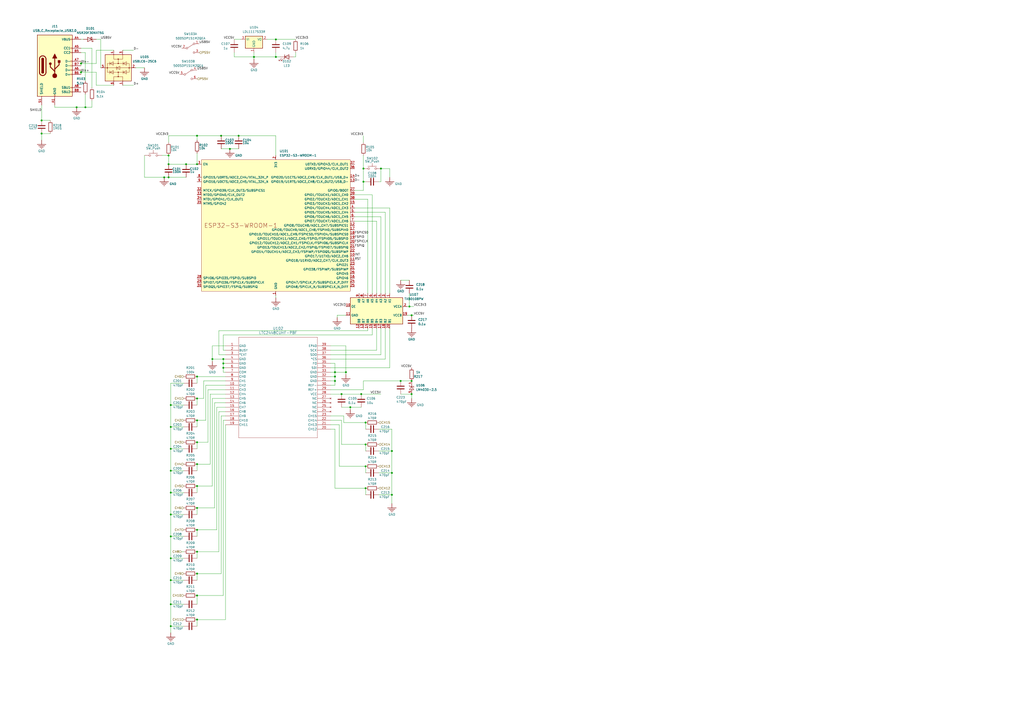
<source format=kicad_sch>
(kicad_sch (version 20231120) (generator "eeschema") (generator_version "8.0")
  (paper "A2")
  (junction (at 227.33 274.32))
  (junction (at 128.27 78.74))
  (junction (at 210.82 105.41))
  (junction (at 99.06 298.45))
  (junction (at 49.53 62.23))
  (junction (at 114.3 243.84))
  (junction (at 114.3 332.74))
  (junction (at 194.31 220.98))
  (junction (at 24.13 77.47))
  (junction (at 138.43 78.74))
  (junction (at 200.66 215.9))
  (junction (at 203.2 236.22))
  (junction (at 46.99 36.83))
  (junction (at 129.54 208.28))
  (junction (at 114.3 269.24))
  (junction (at 97.79 102.87))
  (junction (at 114.3 345.44))
  (junction (at 99.06 323.85))
  (junction (at 147.32 33.02))
  (junction (at 99.06 234.95))
  (junction (at 99.06 363.22))
  (junction (at 99.06 285.75))
  (junction (at 44.45 62.23))
  (junction (at 114.3 256.54))
  (junction (at 212.09 245.11))
  (junction (at 212.09 283.21))
  (junction (at 238.76 228.6))
  (junction (at 114.3 320.04))
  (junction (at 232.41 220.98))
  (junction (at 107.95 95.25))
  (junction (at 114.3 95.25))
  (junction (at 160.02 22.86))
  (junction (at 99.06 273.05))
  (junction (at 97.79 90.17))
  (junction (at 99.06 311.15))
  (junction (at 114.3 218.44))
  (junction (at 99.06 350.52))
  (junction (at 212.09 257.81))
  (junction (at 114.3 281.94))
  (junction (at 209.55 228.6))
  (junction (at 194.31 218.44))
  (junction (at 238.76 182.88))
  (junction (at 238.76 220.98))
  (junction (at 114.3 78.74))
  (junction (at 227.33 261.62))
  (junction (at 227.33 287.02))
  (junction (at 194.31 215.9))
  (junction (at 114.3 307.34))
  (junction (at 114.3 359.41))
  (junction (at 99.06 247.65))
  (junction (at 114.3 294.64))
  (junction (at 24.13 69.85))
  (junction (at 114.3 231.14))
  (junction (at 129.54 213.36))
  (junction (at 97.79 95.25))
  (junction (at 220.98 97.79))
  (junction (at 123.19 208.28))
  (junction (at 160.02 33.02))
  (junction (at 198.12 228.6))
  (junction (at 237.49 177.8))
  (junction (at 99.06 260.35))
  (junction (at 212.09 270.51))
  (junction (at 133.35 86.36))
  (junction (at 95.25 102.87))
  (junction (at 99.06 336.55))
  (junction (at 46.99 41.91))
  (junction (at 210.82 97.79))
  (junction (at 129.54 210.82))
  (wire (pts (xy 99.06 234.95) (xy 99.06 222.25)))
  (wire (pts (xy 128.27 241.3) (xy 128.27 332.74)))
  (wire (pts (xy 191.77 248.92) (xy 194.31 248.92)))
  (wire (pts (xy 130.81 241.3) (xy 128.27 241.3)))
  (wire (pts (xy 191.77 208.28) (xy 223.52 208.28)))
  (wire (pts (xy 127 205.74) (xy 127 191.77)))
  (wire (pts (xy 147.32 30.48) (xy 147.32 33.02)))
  (wire (pts (xy 210.82 97.79) (xy 210.82 105.41)))
  (wire (pts (xy 160.02 171.45) (xy 160.02 172.72)))
  (wire (pts (xy 106.68 336.55) (xy 99.06 336.55)))
  (wire (pts (xy 198.12 257.81) (xy 212.09 257.81)))
  (wire (pts (xy 121.92 228.6) (xy 130.81 228.6)))
  (wire (pts (xy 123.19 281.94) (xy 114.3 281.94)))
  (wire (pts (xy 130.81 359.41) (xy 114.3 359.41)))
  (wire (pts (xy 125.73 307.34) (xy 114.3 307.34)))
  (wire (pts (xy 127 320.04) (xy 127 238.76)))
  (wire (pts (xy 24.13 77.47) (xy 29.21 77.47)))
  (wire (pts (xy 99.06 285.75) (xy 99.06 273.05)))
  (wire (pts (xy 97.79 78.74) (xy 114.3 78.74)))
  (wire (pts (xy 31.75 60.96) (xy 31.75 62.23)))
  (wire (pts (xy 99.06 273.05) (xy 106.68 273.05)))
  (wire (pts (xy 226.06 120.65) (xy 226.06 170.18)))
  (wire (pts (xy 147.32 33.02) (xy 147.32 34.29)))
  (wire (pts (xy 97.79 90.17) (xy 97.79 95.25)))
  (wire (pts (xy 129.54 243.84) (xy 130.81 243.84)))
  (wire (pts (xy 118.11 231.14) (xy 114.3 231.14)))
  (wire (pts (xy 232.41 228.6) (xy 238.76 228.6)))
  (wire (pts (xy 226.06 213.36) (xy 226.06 190.5)))
  (wire (pts (xy 120.65 256.54) (xy 114.3 256.54)))
  (wire (pts (xy 205.74 128.27) (xy 218.44 128.27)))
  (wire (pts (xy 194.31 223.52) (xy 194.31 220.98)))
  (wire (pts (xy 196.85 246.38) (xy 196.85 270.51)))
  (wire (pts (xy 218.44 190.5) (xy 218.44 203.2)))
  (wire (pts (xy 93.98 90.17) (xy 97.79 90.17)))
  (wire (pts (xy 58.42 22.86) (xy 58.42 39.37)))
  (wire (pts (xy 114.3 332.74) (xy 114.3 336.55)))
  (wire (pts (xy 199.39 241.3) (xy 199.39 245.11)))
  (wire (pts (xy 160.02 33.02) (xy 160.02 30.48)))
  (wire (pts (xy 130.81 236.22) (xy 125.73 236.22)))
  (wire (pts (xy 99.06 323.85) (xy 106.68 323.85)))
  (wire (pts (xy 114.3 359.41) (xy 114.3 363.22)))
  (wire (pts (xy 194.31 215.9) (xy 200.66 215.9)))
  (wire (pts (xy 121.92 269.24) (xy 121.92 228.6)))
  (wire (pts (xy 124.46 233.68) (xy 130.81 233.68)))
  (wire (pts (xy 210.82 78.74) (xy 210.82 82.55)))
  (wire (pts (xy 99.06 247.65) (xy 99.06 234.95)))
  (wire (pts (xy 220.98 205.74) (xy 191.77 205.74)))
  (wire (pts (xy 114.3 307.34) (xy 114.3 311.15)))
  (wire (pts (xy 99.06 234.95) (xy 106.68 234.95)))
  (wire (pts (xy 114.3 256.54) (xy 114.3 260.35)))
  (wire (pts (xy 97.79 78.74) (xy 97.79 82.55)))
  (wire (pts (xy 114.3 269.24) (xy 121.92 269.24)))
  (wire (pts (xy 55.88 41.91) (xy 55.88 49.53)))
  (wire (pts (xy 205.74 113.03) (xy 215.9 113.03)))
  (wire (pts (xy 114.3 269.24) (xy 114.3 273.05)))
  (wire (pts (xy 46.99 41.91) (xy 46.99 43.18)))
  (wire (pts (xy 97.79 95.25) (xy 107.95 95.25)))
  (wire (pts (xy 194.31 220.98) (xy 194.31 218.44)))
  (wire (pts (xy 154.94 22.86) (xy 160.02 22.86)))
  (wire (pts (xy 119.38 243.84) (xy 119.38 223.52)))
  (wire (pts (xy 227.33 274.32) (xy 227.33 287.02)))
  (wire (pts (xy 99.06 336.55) (xy 99.06 350.52)))
  (wire (pts (xy 46.99 36.83) (xy 46.99 38.1)))
  (wire (pts (xy 236.22 182.88) (xy 238.76 182.88)))
  (wire (pts (xy 71.12 29.21) (xy 77.47 29.21)))
  (wire (pts (xy 120.65 226.06) (xy 120.65 256.54)))
  (wire (pts (xy 53.34 58.42) (xy 53.34 62.23)))
  (wire (pts (xy 71.12 49.53) (xy 77.47 49.53)))
  (wire (pts (xy 55.88 36.83) (xy 46.99 36.83)))
  (wire (pts (xy 129.54 203.2) (xy 130.81 203.2)))
  (wire (pts (xy 129.54 194.31) (xy 215.9 194.31)))
  (wire (pts (xy 97.79 102.87) (xy 107.95 102.87)))
  (wire (pts (xy 191.77 220.98) (xy 194.31 220.98)))
  (wire (pts (xy 191.77 228.6) (xy 198.12 228.6)))
  (wire (pts (xy 55.88 29.21) (xy 55.88 36.83)))
  (wire (pts (xy 227.33 248.92) (xy 219.71 248.92)))
  (wire (pts (xy 44.45 62.23) (xy 49.53 62.23)))
  (wire (pts (xy 129.54 210.82) (xy 130.81 210.82)))
  (wire (pts (xy 198.12 228.6) (xy 209.55 228.6)))
  (wire (pts (xy 46.99 35.56) (xy 46.99 36.83)))
  (wire (pts (xy 210.82 90.17) (xy 210.82 97.79)))
  (wire (pts (xy 210.82 110.49) (xy 205.74 110.49)))
  (wire (pts (xy 99.06 367.03) (xy 99.06 363.22)))
  (wire (pts (xy 114.3 320.04) (xy 114.3 323.85)))
  (wire (pts (xy 114.3 243.84) (xy 114.3 247.65)))
  (wire (pts (xy 49.53 62.23) (xy 49.53 54.61)))
  (wire (pts (xy 53.34 27.94) (xy 53.34 50.8)))
  (wire (pts (xy 237.49 162.56) (xy 232.41 162.56)))
  (wire (pts (xy 227.33 261.62) (xy 227.33 274.32)))
  (wire (pts (xy 95.25 102.87) (xy 83.82 102.87)))
  (wire (pts (xy 194.31 283.21) (xy 212.09 283.21)))
  (wire (pts (xy 196.85 270.51) (xy 212.09 270.51)))
  (wire (pts (xy 205.74 115.57) (xy 213.36 115.57)))
  (wire (pts (xy 114.3 88.9) (xy 114.3 95.25)))
  (wire (pts (xy 130.81 226.06) (xy 120.65 226.06)))
  (wire (pts (xy 78.74 39.37) (xy 83.82 39.37)))
  (wire (pts (xy 133.35 86.36) (xy 138.43 86.36)))
  (wire (pts (xy 205.74 120.65) (xy 226.06 120.65)))
  (wire (pts (xy 219.71 274.32) (xy 227.33 274.32)))
  (wire (pts (xy 162.56 33.02) (xy 160.02 33.02)))
  (wire (pts (xy 227.33 261.62) (xy 227.33 248.92)))
  (wire (pts (xy 210.82 220.98) (xy 210.82 226.06)))
  (wire (pts (xy 200.66 200.66) (xy 200.66 215.9)))
  (wire (pts (xy 46.99 41.91) (xy 55.88 41.91)))
  (wire (pts (xy 237.49 177.8) (xy 240.03 177.8)))
  (wire (pts (xy 31.75 62.23) (xy 44.45 62.23)))
  (wire (pts (xy 130.81 208.28) (xy 129.54 208.28)))
  (wire (pts (xy 114.3 78.74) (xy 114.3 81.28)))
  (wire (pts (xy 191.77 200.66) (xy 200.66 200.66)))
  (wire (pts (xy 223.52 123.19) (xy 223.52 170.18)))
  (wire (pts (xy 130.81 213.36) (xy 129.54 213.36)))
  (wire (pts (xy 107.95 95.25) (xy 114.3 95.25)))
  (wire (pts (xy 119.38 223.52) (xy 130.81 223.52)))
  (wire (pts (xy 129.54 210.82) (xy 129.54 208.28)))
  (wire (pts (xy 123.19 200.66) (xy 123.19 208.28)))
  (wire (pts (xy 209.55 228.6) (xy 220.98 228.6)))
  (wire (pts (xy 191.77 243.84) (xy 198.12 243.84)))
  (wire (pts (xy 95.25 102.87) (xy 97.79 102.87)))
  (wire (pts (xy 212.09 245.11) (xy 212.09 248.92)))
  (wire (pts (xy 212.09 105.41) (xy 210.82 105.41)))
  (wire (pts (xy 226.06 97.79) (xy 220.98 97.79)))
  (wire (pts (xy 215.9 113.03) (xy 215.9 170.18)))
  (wire (pts (xy 99.06 323.85) (xy 99.06 311.15)))
  (wire (pts (xy 227.33 287.02) (xy 227.33 292.1)))
  (wire (pts (xy 191.77 213.36) (xy 226.06 213.36)))
  (wire (pts (xy 200.66 215.9) (xy 200.66 217.17)))
  (wire (pts (xy 114.3 345.44) (xy 114.3 350.52)))
  (wire (pts (xy 130.81 231.14) (xy 123.19 231.14)))
  (wire (pts (xy 194.31 210.82) (xy 194.31 215.9)))
  (wire (pts (xy 194.31 248.92) (xy 194.31 283.21)))
  (wire (pts (xy 220.98 190.5) (xy 220.98 205.74)))
  (wire (pts (xy 114.3 345.44) (xy 129.54 345.44)))
  (wire (pts (xy 129.54 345.44) (xy 129.54 243.84)))
  (wire (pts (xy 198.12 243.84) (xy 198.12 257.81)))
  (wire (pts (xy 205.74 123.19) (xy 223.52 123.19)))
  (wire (pts (xy 106.68 350.52) (xy 99.06 350.52)))
  (wire (pts (xy 160.02 78.74) (xy 160.02 90.17)))
  (wire (pts (xy 124.46 294.64) (xy 124.46 233.68)))
  (wire (pts (xy 128.27 78.74) (xy 138.43 78.74)))
  (wire (pts (xy 114.3 294.64) (xy 114.3 298.45)))
  (wire (pts (xy 210.82 220.98) (xy 232.41 220.98)))
  (wire (pts (xy 236.22 177.8) (xy 237.49 177.8)))
  (wire (pts (xy 238.76 228.6) (xy 238.76 231.14)))
  (wire (pts (xy 194.31 223.52) (xy 191.77 223.52)))
  (wire (pts (xy 53.34 62.23) (xy 49.53 62.23)))
  (wire (pts (xy 138.43 78.74) (xy 160.02 78.74)))
  (wire (pts (xy 213.36 190.5) (xy 213.36 191.77)))
  (wire (pts (xy 127 205.74) (xy 130.81 205.74)))
  (wire (pts (xy 46.99 27.94) (xy 53.34 27.94)))
  (wire (pts (xy 55.88 22.86) (xy 58.42 22.86)))
  (wire (pts (xy 128.27 86.36) (xy 133.35 86.36)))
  (wire (pts (xy 199.39 245.11) (xy 212.09 245.11)))
  (wire (pts (xy 191.77 203.2) (xy 218.44 203.2)))
  (wire (pts (xy 130.81 246.38) (xy 130.81 359.41)))
  (wire (pts (xy 171.45 30.48) (xy 171.45 33.02)))
  (wire (pts (xy 105.41 320.04) (xy 106.68 320.04)))
  (wire (pts (xy 227.33 287.02) (xy 219.71 287.02)))
  (wire (pts (xy 99.06 311.15) (xy 99.06 298.45)))
  (wire (pts (xy 99.06 311.15) (xy 106.68 311.15)))
  (wire (pts (xy 130.81 220.98) (xy 118.11 220.98)))
  (wire (pts (xy 29.21 69.85) (xy 24.13 69.85)))
  (wire (pts (xy 191.77 218.44) (xy 194.31 218.44)))
  (wire (pts (xy 218.44 128.27) (xy 218.44 170.18)))
  (wire (pts (xy 114.3 281.94) (xy 114.3 285.75)))
  (wire (pts (xy 191.77 241.3) (xy 199.39 241.3)))
  (wire (pts (xy 127 238.76) (xy 130.81 238.76)))
  (wire (pts (xy 237.49 177.8) (xy 237.49 170.18)))
  (wire (pts (xy 203.2 236.22) (xy 203.2 237.49)))
  (wire (pts (xy 114.3 218.44) (xy 114.3 222.25)))
  (wire (pts (xy 213.36 115.57) (xy 213.36 170.18)))
  (wire (pts (xy 220.98 125.73) (xy 220.98 170.18)))
  (wire (pts (xy 118.11 220.98) (xy 118.11 231.14)))
  (wire (pts (xy 238.76 220.98) (xy 232.41 220.98)))
  (wire (pts (xy 128.27 332.74) (xy 114.3 332.74)))
  (wire (pts (xy 99.06 222.25) (xy 106.68 222.25)))
  (wire (pts (xy 83.82 90.17) (xy 83.82 102.87)))
  (wire (pts (xy 114.3 243.84) (xy 119.38 243.84)))
  (wire (pts (xy 203.2 236.22) (xy 209.55 236.22)))
  (wire (pts (xy 99.06 273.05) (xy 99.06 260.35)))
  (wire (pts (xy 205.74 125.73) (xy 220.98 125.73)))
  (wire (pts (xy 135.89 22.86) (xy 139.7 22.86)))
  (wire (pts (xy 99.06 363.22) (xy 106.68 363.22)))
  (wire (pts (xy 191.77 246.38) (xy 196.85 246.38)))
  (wire (pts (xy 24.13 77.47) (xy 24.13 81.28)))
  (wire (pts (xy 66.04 29.21) (xy 55.88 29.21)))
  (wire (pts (xy 46.99 40.64) (xy 46.99 41.91)))
  (wire (pts (xy 49.53 46.99) (xy 49.53 30.48)))
  (wire (pts (xy 226.06 102.87) (xy 226.06 97.79)))
  (wire (pts (xy 210.82 105.41) (xy 210.82 110.49)))
  (wire (pts (xy 114.3 231.14) (xy 114.3 234.95)))
  (wire (pts (xy 123.19 208.28) (xy 123.19 209.55)))
  (wire (pts (xy 160.02 22.86) (xy 171.45 22.86)))
  (wire (pts (xy 129.54 213.36) (xy 129.54 210.82)))
  (wire (pts (xy 129.54 208.28) (xy 123.19 208.28)))
  (wire (pts (xy 114.3 294.64) (xy 124.46 294.64)))
  (wire (pts (xy 212.09 283.21) (xy 212.09 287.02)))
  (wire (pts (xy 160.02 33.02) (xy 147.32 33.02)))
  (wire (pts (xy 135.89 33.02) (xy 147.32 33.02)))
  (wire (pts (xy 99.06 260.35) (xy 99.06 247.65)))
  (wire (pts (xy 114.3 78.74) (xy 128.27 78.74)))
  (wire (pts (xy 49.53 30.48) (xy 46.99 30.48)))
  (wire (pts (xy 129.54 194.31) (xy 129.54 203.2)))
  (wire (pts (xy 210.82 226.06) (xy 191.77 226.06)))
  (wire (pts (xy 195.58 182.88) (xy 200.66 182.88)))
  (wire (pts (xy 99.06 285.75) (xy 106.68 285.75)))
  (wire (pts (xy 129.54 215.9) (xy 130.81 215.9)))
  (wire (pts (xy 129.54 213.36) (xy 129.54 215.9)))
  (wire (pts (xy 99.06 350.52) (xy 99.06 363.22)))
  (wire (pts (xy 212.09 257.81) (xy 212.09 261.62)))
  (wire (pts (xy 194.31 218.44) (xy 194.31 215.9)))
  (wire (pts (xy 215.9 190.5) (xy 215.9 194.31)))
  (wire (pts (xy 99.06 298.45) (xy 106.68 298.45)))
  (wire (pts (xy 191.77 215.9) (xy 194.31 215.9)))
  (wire (pts (xy 123.19 231.14) (xy 123.19 281.94)))
  (wire (pts (xy 55.88 49.53) (xy 66.04 49.53)))
  (wire (pts (xy 127 191.77) (xy 213.36 191.77)))
  (wire (pts (xy 195.58 182.88) (xy 195.58 184.15)))
  (wire (pts (xy 238.76 182.88) (xy 240.03 182.88)))
  (wire (pts (xy 135.89 30.48) (xy 135.89 33.02)))
  (wire (pts (xy 99.06 336.55) (xy 99.06 323.85)))
  (wire (pts (xy 223.52 190.5) (xy 223.52 208.28)))
  (wire (pts (xy 130.81 200.66) (xy 123.19 200.66)))
  (wire (pts (xy 220.98 97.79) (xy 220.98 105.41)))
  (wire (pts (xy 99.06 247.65) (xy 106.68 247.65)))
  (wire (pts (xy 191.77 210.82) (xy 194.31 210.82)))
  (wire (pts (xy 219.71 105.41) (xy 220.98 105.41)))
  (wire (pts (xy 24.13 69.85) (xy 24.13 60.96)))
  (wire (pts (xy 171.45 33.02) (xy 170.18 33.02)))
  (wire (pts (xy 219.71 261.62) (xy 227.33 261.62)))
  (wire (pts (xy 212.09 270.51) (xy 212.09 274.32)))
  (wire (pts (xy 125.73 236.22) (xy 125.73 307.34)))
  (wire (pts (xy 114.3 320.04) (xy 127 320.04)))
  (wire (pts (xy 114.3 218.44) (xy 130.81 218.44)))
  (wire (pts (xy 198.12 236.22) (xy 203.2 236.22)))
  (wire (pts (xy 99.06 260.35) (xy 106.68 260.35)))
  (wire (pts (xy 99.06 298.45) (xy 99.06 285.75)))
  (wire (pts (xy 46.99 22.86) (xy 48.26 22.86)))
  (label "D+" (at 205.74 102.87 0))
  (label "FSPICLK" (at 205.74 140.97 0))
  (label "VCC3V3" (at 240.03 177.8 0))
  (label "Din-" (at 46.99 36.83 0))
  (label "RST" (at 205.74 151.13 0))
  (label "VCC3V3" (at 171.45 22.86 0))
  (label "VCC5V" (at 238.76 213.36 180))
  (label "VCC5V" (at 220.98 228.6 180))
  (label "VCC5V" (at 240.03 182.88 0))
  (label "VCC3V3" (at 97.79 78.74 180))
  (label "SHIELD" (at 24.13 64.77 180))
  (label "D+" (at 77.47 49.53 0))
  (label "Din+" (at 46.99 41.91 0))
  (label "INT" (at 205.74 148.59 0))
  (label "VCC5V" (at 135.89 22.86 180))
  (label "D-" (at 77.47 29.21 0))
  (label "FSPIQ" (at 205.74 143.51 0))
  (label "VCC5V" (at 105.41 27.94 180))
  (label "D-" (at 205.74 105.41 0))
  (label "FSPID" (at 205.74 138.43 0))
  (label "VCC3V3" (at 210.82 78.74 180))
  (label "USB5V" (at 115.57 25.4 0))
  (label "USB5V" (at 58.42 22.86 0))
  (label "FSPICS0" (at 205.74 135.89 0))
  (label "VCC3V3" (at 200.66 177.8 180))
  (label "VCC5V" (at 104.14 43.18 180))
  (label "USB5V" (at 114.3 40.64 0))
  (hierarchical_label "CH15" (shape input) (at 219.71 245.11 0))
  (hierarchical_label "CH13" (shape input) (at 219.71 270.51 0))
  (hierarchical_label "CH3" (shape input) (at 106.68 256.54 180))
  (hierarchical_label "CH12" (shape input) (at 219.71 283.21 0))
  (hierarchical_label "CH5" (shape input) (at 106.68 281.94 180))
  (hierarchical_label "CH0" (shape input) (at 106.68 218.44 180))
  (hierarchical_label "CH14" (shape input) (at 219.71 257.81 0))
  (hierarchical_label "CH7" (shape input) (at 106.68 307.34 180))
  (hierarchical_label "CH4" (shape input) (at 106.68 269.24 180))
  (hierarchical_label "CH8" (shape input) (at 105.41 320.04 180))
  (hierarchical_label "CH2" (shape input) (at 106.68 243.84 180))
  (hierarchical_label "CH6" (shape input) (at 106.68 294.64 180))
  (hierarchical_label "PS5V" (shape input) (at 115.57 30.48 0))
  (hierarchical_label "CH11" (shape input) (at 106.68 359.41 180))
  (hierarchical_label "CH10" (shape input) (at 106.68 345.44 180))
  (hierarchical_label "CH1" (shape input) (at 106.68 231.14 180))
  (hierarchical_label "PS5V" (shape input) (at 114.3 45.72 0))
  (hierarchical_label "CH9" (shape input) (at 106.68 332.74 180))
  (symbol (lib_id "DifferentialProbe-altium-import:GND") (at 226.06 102.87 0) (unit 1)
    (property "Reference" "#PWR051" (effects (hide yes)))
    (property "Value" "GND" (at 231.14 106.68 0))
    (instances (project "diffprobe-espnow" (path "" (reference "#PWR051") (unit 1))) (project "diffprobe" (path "" (reference "#PWR016") (unit 1))) (project "DifferentialProbe" (path "" (reference "#PWR?") (unit 1))))
  )
  (symbol (lib_id "DifferentialProbe-altium-import:GND") (at 195.58 184.15 0) (unit 1)
    (property "Reference" "#PWR0202" (effects (hide yes)))
    (property "Value" "GND" (at 195.58 190.5 0))
    (instances (project "diffprobe-espnow" (path "" (reference "#PWR0202") (unit 1))) (project "diffprobe" (path "" (reference "#PWR016") (unit 1))) (project "DifferentialProbe" (path "" (reference "#PWR?") (unit 1))))
  )
  (symbol (lib_id "Device:R") (at 238.76 217.17 0) (unit 1)
    (property "Reference" "R217" (at 242.57 218.44 0))
    (property "Value" "1k" (at 242.57 215.9 0))
    (property "Footprint" "Resistor_SMD:R_0603_1608Metric" (effects (hide yes)))
  )
  (symbol (lib_id "Device:R") (at 110.49 307.34 270) (mirror x) (unit 1)
    (property "Reference" "R208" (at 110.49 302.26 90))
    (property "Value" "470R" (at 110.49 304.8 90))
    (property "Footprint" "Resistor_SMD:R_0603_1608Metric" (effects (hide yes)))
  )
  (symbol (lib_id "Device:C") (at 238.76 186.69 0) (unit 1)
    (property "Reference" "C217" (at 242.57 185.42 0) (effects (justify left)))
    (property "Value" "0.1u" (at 242.57 187.96 0) (effects (justify left)))
    (property "Footprint" "Capacitor_SMD:C_0603_1608Metric" (effects (hide yes)))
  )
  (symbol (lib_id "Device:C") (at 215.9 248.92 90) (unit 1)
    (property "Reference" "C216" (at 226.06 247.65 90) (effects (justify left)))
    (property "Value" "470pF" (at 226.06 250.19 90) (effects (justify left)))
    (property "Footprint" "Capacitor_SMD:C_0603_1608Metric" (effects (hide yes)))
  )
  (symbol (lib_id "Device:R") (at 110.49 294.64 270) (mirror x) (unit 1)
    (property "Reference" "R207" (at 110.49 289.56 90))
    (property "Value" "470R" (at 110.49 292.1 90))
    (property "Footprint" "Resistor_SMD:R_0603_1608Metric" (effects (hide yes)))
  )
  (symbol (lib_id "Device:C") (at 110.49 336.55 270) (mirror x) (unit 1)
    (property "Reference" "C210" (at 100.33 335.28 90) (effects (justify left)))
    (property "Value" "470pF" (at 100.33 337.82 90) (effects (justify left)))
    (property "Footprint" "Capacitor_SMD:C_0603_1608Metric" (effects (hide yes)))
  )
  (symbol (lib_id "MyLib7:TXB0108PW") (at 218.44 180.34 270) (unit 1)
    (property "Reference" "U107" (at 240.1316 170.8719 90))
    (property "Value" "TXB0108PW" (at 240.1316 173.4119 90))
    (property "Footprint" "Package_SO:TSSOP-20_4.4x6.5mm_P0.65mm" (effects (hide yes)))
    (property "Datasheet" "http://www.ti.com/lit/ds/symlink/txb0108.pdf" (effects (hide yes)))
  )
  (symbol (lib_id "DifferentialProbe-altium-import:GND") (at 24.13 81.28 0) (unit 1)
    (property "Reference" "#PWR0209" (effects (hide yes)))
    (property "Value" "GND" (at 24.13 87.63 0))
    (instances (project "diffprobe-espnow" (path "" (reference "#PWR0209") (unit 1))) (project "diffprobe" (path "" (reference "#PWR016") (unit 1))) (project "DifferentialProbe" (path "" (reference "#PWR?") (unit 1))))
  )
  (symbol (lib_id "Device:R") (at 210.82 86.36 0) (unit 1)
    (property "Reference" "R105" (at 212.09 85.344 0) (effects (justify left)))
    (property "Value" "10k" (at 212.217 87.122 0) (effects (justify left)))
    (property "Footprint" "Resistor_SMD:R_0603_1608Metric" (effects (hide yes)))
  )
  (symbol (lib_id "DifferentialProbe-altium-import:GND") (at 227.33 292.1 0) (mirror y) (unit 1)
    (property "Reference" "#PWR0201" (effects (hide yes)))
    (property "Value" "GND" (at 227.33 298.45 0))
    (instances (project "diffprobe-espnow" (path "" (reference "#PWR0201") (unit 1))) (project "diffprobe" (path "" (reference "#PWR016") (unit 1))) (project "DifferentialProbe" (path "" (reference "#PWR?") (unit 1))))
  )
  (symbol (lib_id "DifferentialProbe-altium-import:GND") (at 160.02 172.72 0) (unit 1)
    (property "Reference" "#PWR031" (effects (hide yes)))
    (property "Value" "GND" (at 160.02 179.07 0))
    (instances (project "diffprobe-espnow" (path "" (reference "#PWR031") (unit 1))) (project "diffprobe" (path "" (reference "#PWR016") (unit 1))) (project "DifferentialProbe" (path "" (reference "#PWR?") (unit 1))))
  )
  (symbol (lib_id "Device:C") (at 160.02 26.67 0) (unit 1)
    (property "Reference" "C109" (at 163.83 25.4 0) (effects (justify left)))
    (property "Value" "4.7u" (at 163.83 27.94 0) (effects (justify left)))
    (property "Footprint" "Capacitor_SMD:C_0603_1608Metric" (effects (hide yes)))
  )
  (symbol (lib_id "Device:C") (at 24.13 73.66 180) (unit 1)
    (property "Reference" "C219" (at 19.177 72.898 0))
    (property "Value" "4n7F" (at 19.177 74.549 0))
    (property "Footprint" "Capacitor_SMD:C_0603_1608Metric" (effects (hide yes)))
  )
  (symbol (lib_id "Device:C") (at 209.55 232.41 0) (unit 1)
    (property "Reference" "C106" (at 212.725 231.14 0) (effects (justify left)))
    (property "Value" "10u" (at 212.725 233.68 0) (effects (justify left)))
    (property "Footprint" "Capacitor_SMD:C_0603_1608Metric" (effects (hide yes)))
  )
  (symbol (lib_id "DifferentialProbe-altium-import:GND") (at 238.76 190.5 0) (unit 1)
    (property "Reference" "#PWR0208" (effects (hide yes)))
    (property "Value" "GND" (at 238.76 196.85 0))
    (instances (project "diffprobe-espnow" (path "" (reference "#PWR0208") (unit 1))) (project "diffprobe" (path "" (reference "#PWR016") (unit 1))) (project "DifferentialProbe" (path "" (reference "#PWR?") (unit 1))))
  )
  (symbol (lib_id "Device:C") (at 110.49 285.75 270) (mirror x) (unit 1)
    (property "Reference" "C206" (at 100.33 284.48 90) (effects (justify left)))
    (property "Value" "470pF" (at 100.33 287.02 90) (effects (justify left)))
    (property "Footprint" "Capacitor_SMD:C_0603_1608Metric" (effects (hide yes)))
  )
  (symbol (lib_id "Device:R") (at 110.49 320.04 90) (unit 1)
    (property "Reference" "R209" (at 110.49 314.96 90))
    (property "Value" "470R" (at 110.49 317.5 90))
    (property "Footprint" "Resistor_SMD:R_0603_1608Metric" (effects (hide yes)))
  )
  (symbol (lib_id "Device:C") (at 237.49 166.37 0) (unit 1)
    (property "Reference" "C218" (at 241.3 165.1 0) (effects (justify left)))
    (property "Value" "0.1u" (at 241.3 167.64 0) (effects (justify left)))
    (property "Footprint" "Capacitor_SMD:C_0603_1608Metric" (effects (hide yes)))
  )
  (symbol (lib_id "Device:LTC2448CUHF-PBF") (at 130.81 200.66 0) (unit 1)
    (property "Reference" "U102" (at 161.29 190.5 0) (effects (font (size 1.524 1.524))))
    (property "Value" "LTC2448CUHF-PBF" (at 161.29 193.04 0) (effects (font (size 1.524 1.524))))
    (property "Footprint" "Package_DFN_QFN:QFN-38-1EP_5x7mm_P0.5mm_EP3.15x5.15mm" (effects (hide yes)))
    (property "Datasheet" "LTC2448CUHF-PBF" (effects (hide yes)))
  )
  (symbol (lib_id "DifferentialProbe-altium-import:GND") (at 203.2 237.49 0) (unit 1)
    (property "Reference" "#PWR041" (effects (hide yes)))
    (property "Value" "GND" (at 208.28 241.3 0))
    (instances (project "diffprobe-espnow" (path "" (reference "#PWR041") (unit 1))) (project "diffprobe" (path "" (reference "#PWR016") (unit 1))) (project "DifferentialProbe" (path "" (reference "#PWR?") (unit 1))))
  )
  (symbol (lib_id "Device:R") (at 110.49 231.14 270) (mirror x) (unit 1)
    (property "Reference" "R202" (at 110.49 226.06 90))
    (property "Value" "470R" (at 110.49 228.6 90))
    (property "Footprint" "Resistor_SMD:R_0603_1608Metric" (effects (hide yes)))
  )
  (symbol (lib_id "Switch:SW_DPDT_x2") (at 109.22 43.18 0) (unit 2)
    (property "Reference" "SW103" (at 109.22 35.56 0))
    (property "Value" "500SDP1S1M2QEA" (at 109.22 38.1 0))
    (property "Footprint" "Button_Switch_THT:SW_PUSH_E-Switch_500SDP1S1M2QEA" (effects (hide yes)))
  )
  (symbol (lib_id "Device:C") (at 110.49 350.52 270) (mirror x) (unit 1)
    (property "Reference" "C211" (at 100.33 349.25 90) (effects (justify left)))
    (property "Value" "470pF" (at 100.33 351.79 90) (effects (justify left)))
    (property "Footprint" "Capacitor_SMD:C_0603_1608Metric" (effects (hide yes)))
  )
  (symbol (lib_id "Device:C") (at 138.43 82.55 0) (unit 1)
    (property "Reference" "C104" (at 140.716 81.28 0) (effects (justify left)))
    (property "Value" "10u" (at 140.716 82.931 0) (effects (justify left)))
    (property "Footprint" "Capacitor_SMD:C_0603_1608Metric" (effects (hide yes)))
  )
  (symbol (lib_id "Device:C") (at 215.9 261.62 90) (unit 1)
    (property "Reference" "C215" (at 226.06 260.35 90) (effects (justify left)))
    (property "Value" "470pF" (at 226.06 262.89 90) (effects (justify left)))
    (property "Footprint" "Capacitor_SMD:C_0603_1608Metric" (effects (hide yes)))
  )
  (symbol (lib_id "Device:C") (at 110.49 260.35 270) (mirror x) (unit 1)
    (property "Reference" "C204" (at 100.33 259.08 90) (effects (justify left)))
    (property "Value" "470pF" (at 100.33 261.62 90) (effects (justify left)))
    (property "Footprint" "Capacitor_SMD:C_0603_1608Metric" (effects (hide yes)))
  )
  (symbol (lib_id "Device:C") (at 128.27 82.55 0) (unit 1)
    (property "Reference" "C103" (at 130.556 81.28 0) (effects (justify left)))
    (property "Value" "100n" (at 130.556 82.931 0) (effects (justify left)))
    (property "Footprint" "Capacitor_SMD:C_0603_1608Metric" (effects (hide yes)))
  )
  (symbol (lib_id "Switch:SW_Push") (at 88.9 90.17 0) (unit 1)
    (property "Reference" "SW101" (at 88.9 84.328 0))
    (property "Value" "SW_Push" (at 88.9 85.979 0))
    (property "Footprint" "Button_Switch_SMD:SW_Push_1P1T_NO_CK_KMR2" (effects (hide yes)))
  )
  (symbol (lib_id "Device:C") (at 198.12 232.41 0) (unit 1)
    (property "Reference" "C105" (at 201.93 231.14 0) (effects (justify left)))
    (property "Value" "0.1u" (at 201.93 233.68 0) (effects (justify left)))
    (property "Footprint" "Capacitor_SMD:C_0603_1608Metric" (effects (hide yes)))
  )
  (symbol (lib_id "DifferentialProbe-altium-import:GND") (at 238.76 231.14 0) (unit 1)
    (property "Reference" "#PWR0203" (effects (hide yes)))
    (property "Value" "GND" (at 243.84 234.95 0))
    (instances (project "diffprobe-espnow" (path "" (reference "#PWR0203") (unit 1))) (project "diffprobe" (path "" (reference "#PWR016") (unit 1))) (project "DifferentialProbe" (path "" (reference "#PWR?") (unit 1))))
  )
  (symbol (lib_id "DifferentialProbe-altium-import:GND") (at 123.19 209.55 0) (unit 1)
    (property "Reference" "#PWR0205" (effects (hide yes)))
    (property "Value" "GND" (at 123.19 215.9 0))
    (instances (project "diffprobe-espnow" (path "" (reference "#PWR0205") (unit 1))) (project "diffprobe" (path "" (reference "#PWR016") (unit 1))) (project "DifferentialProbe" (path "" (reference "#PWR?") (unit 1))))
  )
  (symbol (lib_id "DifferentialProbe-altium-import:GND") (at 83.82 39.37 0) (unit 1)
    (property "Reference" "#PWR047" (effects (hide yes)))
    (property "Value" "GND" (at 83.82 45.72 0))
    (instances (project "diffprobe-espnow" (path "" (reference "#PWR047") (unit 1))) (project "diffprobe" (path "" (reference "#PWR016") (unit 1))) (project "DifferentialProbe" (path "" (reference "#PWR?") (unit 1))))
  )
  (symbol (lib_id "Device:R") (at 215.9 245.11 90) (unit 1)
    (property "Reference" "R216" (at 215.9 240.03 90))
    (property "Value" "470R" (at 215.9 242.57 90))
    (property "Footprint" "Resistor_SMD:R_0603_1608Metric" (effects (hide yes)))
  )
  (symbol (lib_id "Device:C") (at 110.49 323.85 270) (mirror x) (unit 1)
    (property "Reference" "C209" (at 100.33 322.58 90) (effects (justify left)))
    (property "Value" "470pF" (at 100.33 325.12 90) (effects (justify left)))
    (property "Footprint" "Capacitor_SMD:C_0603_1608Metric" (effects (hide yes)))
  )
  (symbol (lib_id "Device:LED") (at 166.37 33.02 0) (unit 1)
    (property "Reference" "D102" (at 166.37 35.56 0))
    (property "Value" "LED" (at 166.37 38.1 0))
    (property "Footprint" "LED_SMD:LED_0603_1608Metric" (effects (hide yes)))
  )
  (symbol (lib_id "Device:R") (at 110.49 281.94 270) (mirror x) (unit 1)
    (property "Reference" "R206" (at 110.49 276.86 90))
    (property "Value" "470R" (at 110.49 279.4 90))
    (property "Footprint" "Resistor_SMD:R_0603_1608Metric" (effects (hide yes)))
  )
  (symbol (lib_id "Device:C") (at 110.49 247.65 270) (mirror x) (unit 1)
    (property "Reference" "C203" (at 100.33 246.38 90) (effects (justify left)))
    (property "Value" "470pF" (at 100.33 248.92 90) (effects (justify left)))
    (property "Footprint" "Capacitor_SMD:C_0603_1608Metric" (effects (hide yes)))
  )
  (symbol (lib_id "Device:C") (at 107.95 99.06 0) (unit 1)
    (property "Reference" "C102" (at 110.109 97.917 0) (effects (justify left)))
    (property "Value" "1u" (at 110.236 99.568 0) (effects (justify left)))
    (property "Footprint" "Capacitor_SMD:C_0603_1608Metric" (effects (hide yes)))
  )
  (symbol (lib_id "Reference_Voltage:LM4030-2.5") (at 238.76 224.79 90) (unit 1)
    (property "Reference" "U106" (at 241.3 223.52 90) (effects (justify right)))
    (property "Value" "LM4030-2.5" (at 241.3 226.06 90) (effects (justify right)))
    (property "Footprint" "Package_TO_SOT_SMD:SOT-23-5" (effects (hide yes)))
    (property "Datasheet" "http://www.ti.com/lit/ds/symlink/lm4030.pdf" (effects (hide yes)))
  )
  (symbol (lib_id "Device:C") (at 97.79 99.06 0) (unit 1)
    (property "Reference" "C101" (at 99.949 98.044 0) (effects (justify left)))
    (property "Value" "100n" (at 100.076 99.695 0) (effects (justify left)))
    (property "Footprint" "Capacitor_SMD:C_0603_1608Metric" (effects (hide yes)))
  )
  (symbol (lib_id "Device:C") (at 215.9 287.02 90) (unit 1)
    (property "Reference" "C213" (at 226.06 285.75 90) (effects (justify left)))
    (property "Value" "470pF" (at 226.06 288.29 90) (effects (justify left)))
    (property "Footprint" "Capacitor_SMD:C_0603_1608Metric" (effects (hide yes)))
  )
  (symbol (lib_id "Device:C") (at 110.49 273.05 270) (mirror x) (unit 1)
    (property "Reference" "C205" (at 100.33 271.78 90) (effects (justify left)))
    (property "Value" "470pF" (at 100.33 274.32 90) (effects (justify left)))
    (property "Footprint" "Capacitor_SMD:C_0603_1608Metric" (effects (hide yes)))
  )
  (symbol (lib_id "Device:R") (at 110.49 256.54 270) (mirror x) (unit 1)
    (property "Reference" "R204" (at 110.49 251.46 90))
    (property "Value" "470R" (at 110.49 254 90))
    (property "Footprint" "Resistor_SMD:R_0603_1608Metric" (effects (hide yes)))
  )
  (symbol (lib_id "DifferentialProbe-altium-import:GND") (at 133.35 86.36 0) (unit 1)
    (property "Reference" "#PWR045" (effects (hide yes)))
    (property "Value" "GND" (at 138.43 90.17 0))
    (instances (project "diffprobe-espnow" (path "" (reference "#PWR045") (unit 1))) (project "diffprobe" (path "" (reference "#PWR016") (unit 1))) (project "DifferentialProbe" (path "" (reference "#PWR?") (unit 1))))
  )
  (symbol (lib_id "Device:C") (at 135.89 26.67 0) (unit 1)
    (property "Reference" "C107" (at 128.27 25.4 0) (effects (justify left)))
    (property "Value" "1u" (at 129.54 27.94 0) (effects (justify left)))
    (property "Footprint" "Capacitor_SMD:C_0603_1608Metric" (effects (hide yes)))
  )
  (symbol (lib_id "Device:R") (at 110.49 269.24 270) (mirror x) (unit 1)
    (property "Reference" "R205" (at 110.49 264.16 90))
    (property "Value" "470R" (at 110.49 266.7 90))
    (property "Footprint" "Resistor_SMD:R_0603_1608Metric" (effects (hide yes)))
  )
  (symbol (lib_id "Device:C") (at 110.49 311.15 270) (mirror x) (unit 1)
    (property "Reference" "C208" (at 100.33 309.88 90) (effects (justify left)))
    (property "Value" "470pF" (at 100.33 312.42 90) (effects (justify left)))
    (property "Footprint" "Capacitor_SMD:C_0603_1608Metric" (effects (hide yes)))
  )
  (symbol (lib_id "Device:R") (at 97.79 86.36 0) (unit 1)
    (property "Reference" "R101" (at 98.933 85.344 0) (effects (justify left)))
    (property "Value" "10k" (at 98.933 86.995 0) (effects (justify left)))
    (property "Footprint" "Resistor_SMD:R_0603_1608Metric" (effects (hide yes)))
  )
  (symbol (lib_id "Device:C") (at 110.49 234.95 270) (mirror x) (unit 1)
    (property "Reference" "C202" (at 100.33 233.68 90) (effects (justify left)))
    (property "Value" "470pF" (at 100.33 236.22 90) (effects (justify left)))
    (property "Footprint" "Capacitor_SMD:C_0603_1608Metric" (effects (hide yes)))
  )
  (symbol (lib_id "Device:R") (at 110.49 218.44 270) (mirror x) (unit 1)
    (property "Reference" "R201" (at 110.49 213.36 90))
    (property "Value" "100k" (at 110.49 215.9 90))
    (property "Footprint" "Resistor_SMD:R_0603_1608Metric" (effects (hide yes)))
  )
  (symbol (lib_id "Device:R") (at 110.49 243.84 270) (mirror x) (unit 1)
    (property "Reference" "R203" (at 110.49 238.76 90))
    (property "Value" "470R" (at 110.49 241.3 90))
    (property "Footprint" "Resistor_SMD:R_0603_1608Metric" (effects (hide yes)))
  )
  (symbol (lib_id "DifferentialProbe-altium-import:GND") (at 147.32 34.29 0) (unit 1)
    (property "Reference" "#PWR030" (effects (hide yes)))
    (property "Value" "GND" (at 147.32 40.64 0))
    (instances (project "diffprobe-espnow" (path "" (reference "#PWR030") (unit 1))) (project "diffprobe" (path "" (reference "#PWR016") (unit 1))) (project "DifferentialProbe" (path "" (reference "#PWR?") (unit 1))))
  )
  (symbol (lib_id "Device:C") (at 110.49 298.45 270) (mirror x) (unit 1)
    (property "Reference" "C207" (at 100.33 297.18 90) (effects (justify left)))
    (property "Value" "470pF" (at 100.33 299.72 90) (effects (justify left)))
    (property "Footprint" "Capacitor_SMD:C_0603_1608Metric" (effects (hide yes)))
  )
  (symbol (lib_id "Device:R") (at 49.53 50.8 0) (unit 1)
    (property "Reference" "R103" (at 44.45 45.72 0) (effects (justify left)))
    (property "Value" "5.1k" (at 44.45 48.26 0) (effects (justify left)))
    (property "Footprint" "Resistor_SMD:R_0603_1608Metric" (effects (hide yes)))
  )
  (symbol (lib_id "Device:C") (at 232.41 224.79 0) (unit 1)
    (property "Reference" "C223" (at 229.87 230.505 0) (effects (justify left)))
    (property "Value" "470pF" (at 229.87 233.045 0) (effects (justify left)))
    (property "Footprint" "Capacitor_SMD:C_0603_1608Metric" (effects (hide yes)))
  )
  (symbol (lib_id "Device:C") (at 110.49 363.22 270) (mirror x) (unit 1)
    (property "Reference" "C212" (at 100.33 361.95 90) (effects (justify left)))
    (property "Value" "470pF" (at 100.33 364.49 90) (effects (justify left)))
    (property "Footprint" "Capacitor_SMD:C_0603_1608Metric" (effects (hide yes)))
  )
  (symbol (lib_id "Regulator_Linear:AMS1117-3.3") (at 147.32 22.86 0) (unit 1)
    (property "Reference" "U104" (at 147.32 15.875 0))
    (property "Value" "LDL1117S33R" (at 147.32 18.415 0))
    (property "Footprint" "Package_TO_SOT_SMD:SOT-223-3_TabPin2" (effects (hide yes)))
    (property "Datasheet" "http://www.advanced-monolithic.com/pdf/ds1117.pdf" (effects (hide yes)))
  )
  (symbol (lib_id "DifferentialProbe-altium-import:GND") (at 200.66 217.17 0) (unit 1)
    (property "Reference" "#PWR0204" (effects (hide yes)))
    (property "Value" "GND" (at 200.66 223.52 0))
    (instances (project "diffprobe-espnow" (path "" (reference "#PWR0204") (unit 1))) (project "diffprobe" (path "" (reference "#PWR016") (unit 1))) (project "DifferentialProbe" (path "" (reference "#PWR?") (unit 1))))
  )
  (symbol (lib_id "Device:C") (at 215.9 274.32 90) (unit 1)
    (property "Reference" "C214" (at 226.06 273.05 90) (effects (justify left)))
    (property "Value" "470pF" (at 226.06 275.59 90) (effects (justify left)))
    (property "Footprint" "Capacitor_SMD:C_0603_1608Metric" (effects (hide yes)))
  )
  (symbol (lib_id "Device:C") (at 110.49 222.25 270) (mirror x) (unit 1)
    (property "Reference" "C201" (at 100.33 220.98 90) (effects (justify left)))
    (property "Value" "470pF" (at 100.33 223.52 90) (effects (justify left)))
    (property "Footprint" "Capacitor_SMD:C_0603_1608Metric" (effects (hide yes)))
  )
  (symbol (lib_id "Device:R") (at 215.9 283.21 90) (unit 1)
    (property "Reference" "R213" (at 215.9 278.13 90))
    (property "Value" "470R" (at 215.9 280.67 90))
    (property "Footprint" "Resistor_SMD:R_0603_1608Metric" (effects (hide yes)))
  )
  (symbol (lib_id "Device:R") (at 110.49 332.74 90) (unit 1)
    (property "Reference" "R210" (at 110.49 327.66 90))
    (property "Value" "470R" (at 110.49 330.2 90))
    (property "Footprint" "Resistor_SMD:R_0603_1608Metric" (effects (hide yes)))
  )
  (symbol (lib_id "Device:R") (at 110.49 345.44 90) (unit 1)
    (property "Reference" "R211" (at 110.49 340.36 90))
    (property "Value" "470R" (at 110.49 342.9 90))
    (property "Footprint" "Resistor_SMD:R_0603_1608Metric" (effects (hide yes)))
  )
  (symbol (lib_id "Device:R") (at 114.3 85.09 0) (unit 1)
    (property "Reference" "R102" (at 115.443 84.201 0) (effects (justify left)))
    (property "Value" "10k" (at 115.443 85.979 0) (effects (justify left)))
    (property "Footprint" "Resistor_SMD:R_0603_1608Metric" (effects (hide yes)))
  )
  (symbol (lib_id "Device:R") (at 53.34 54.61 0) (unit 1)
    (property "Reference" "R104" (at 55.88 53.34 0) (effects (justify left)))
    (property "Value" "5.1k" (at 55.88 55.88 0) (effects (justify left)))
    (property "Footprint" "Resistor_SMD:R_0603_1608Metric" (effects (hide yes)))
  )
  (symbol (lib_id "Device:R") (at 215.9 270.51 90) (unit 1)
    (property "Reference" "R214" (at 215.9 265.43 90))
    (property "Value" "470R" (at 215.9 267.97 90))
    (property "Footprint" "Resistor_SMD:R_0603_1608Metric" (effects (hide yes)))
  )
  (symbol (lib_id "Device:R") (at 29.21 73.66 0) (unit 1)
    (property "Reference" "R218" (at 30.607 72.771 0) (effects (justify left)))
    (property "Value" "1MEG" (at 30.607 74.422 0) (effects (justify left)))
    (property "Footprint" "Resistor_SMD:R_0603_1608Metric" (effects (hide yes)))
  )
  (symbol (lib_id "PCM_Espressif:ESP32-S3-WROOM-1") (at 160.02 130.81 0) (unit 1)
    (property "Reference" "U101" (at 162.2141 87.63 0) (effects (justify left)))
    (property "Value" "ESP32-S3-WROOM-1" (at 162.2141 90.17 0) (effects (justify left)))
    (property "Footprint" "PCM_Espressif:ESP32-S3-WROOM-1U" (effects (hide yes)))
    (property "Datasheet" "https://www.espressif.com/sites/default/files/documentation/esp32-s3-wroom-1_wroom-1u_datasheet_en.pdf" (effects (hide yes)))
  )
  (symbol (lib_id "Connector:USB_C_Receptacle_USB2.0") (at 31.75 38.1 0) (unit 1)
    (property "Reference" "J11" (at 31.75 15.24 0))
    (property "Value" "USB_C_Receptacle_USB2.0" (at 31.75 17.78 0))
    (property "Footprint" "Connector_USB:USB_C_Receptacle_GCT_USB4105-xx-A_16P_TopMnt_Horizontal" (effects (hide yes)))
    (property "Datasheet" "https://www.usb.org/sites/default/files/documents/usb_type-c.zip" (effects (hide yes)))
  )
  (symbol (lib_id "Device:D_Schottky") (at 52.07 22.86 180) (unit 1)
    (property "Reference" "D101" (at 52.3875 16.51 0))
    (property "Value" "NSR20F30NXT5G" (at 52.3875 19.05 0))
    (property "Footprint" "Diode_SMD:D_0603_1608Metric" (effects (hide yes)))
  )
  (symbol (lib_id "Device:C") (at 215.9 105.41 90) (unit 1)
    (property "Reference" "C108" (at 215.9 100.457 90))
    (property "Value" "100n" (at 215.9 102.235 90))
    (property "Footprint" "Capacitor_SMD:C_0603_1608Metric" (effects (hide yes)))
  )
  (symbol (lib_id "DifferentialProbe-altium-import:GND") (at 44.45 62.23 0) (unit 1)
    (property "Reference" "#PWR0210" (effects (hide yes)))
    (property "Value" "GND" (at 44.45 68.58 0))
    (instances (project "diffprobe-espnow" (path "" (reference "#PWR0210") (unit 1))) (project "diffprobe" (path "" (reference "#PWR016") (unit 1))) (project "DifferentialProbe" (path "" (reference "#PWR?") (unit 1))))
  )
  (symbol (lib_id "Switch:SW_DPDT_x2") (at 110.49 27.94 0) (unit 1)
    (property "Reference" "SW103" (at 110.49 19.685 0))
    (property "Value" "500SDP1S1M2QEA" (at 110.49 22.225 0))
    (property "Footprint" "Button_Switch_THT:SW_PUSH_E-Switch_500SDP1S1M2QEA" (effects (hide yes)))
  )
  (symbol (lib_id "Device:R") (at 215.9 257.81 90) (unit 1)
    (property "Reference" "R215" (at 215.9 252.73 90))
    (property "Value" "470R" (at 215.9 255.27 90))
    (property "Footprint" "Resistor_SMD:R_0603_1608Metric" (effects (hide yes)))
  )
  (symbol (lib_id "Device:R") (at 110.49 359.41 90) (unit 1)
    (property "Reference" "R212" (at 110.49 354.33 90))
    (property "Value" "470R" (at 110.49 356.87 90))
    (property "Footprint" "Resistor_SMD:R_0603_1608Metric" (effects (hide yes)))
  )
  (symbol (lib_id "Device:R") (at 171.45 26.67 0) (unit 1)
    (property "Reference" "R106" (at 173.99 25.4 0) (effects (justify left)))
    (property "Value" "1k" (at 173.99 27.94 0) (effects (justify left)))
    (property "Footprint" "Resistor_SMD:R_0603_1608Metric" (effects (hide yes)))
  )
  (symbol (lib_id "Power_Protection:USBLC6-2SC6") (at 68.58 39.37 90) (unit 1)
    (property "Reference" "U105" (at 83.82 33.02 90))
    (property "Value" "USBLC6-2SC6" (at 83.82 35.56 90))
    (property "Footprint" "Package_TO_SOT_SMD:SOT-23-6" (effects (hide yes)))
    (property "Datasheet" "https://www.st.com/resource/en/datasheet/usblc6-2.pdf" (effects (hide yes)))
  )
  (symbol (lib_id "DifferentialProbe-altium-import:GND") (at 99.06 367.03 0) (unit 1)
    (property "Reference" "#PWR0206" (effects (hide yes)))
    (property "Value" "GND" (at 99.06 373.38 0))
    (instances (project "diffprobe-espnow" (path "" (reference "#PWR0206") (unit 1))) (project "diffprobe" (path "" (reference "#PWR016") (unit 1))) (project "DifferentialProbe" (path "" (reference "#PWR?") (unit 1))))
  )
  (symbol (lib_id "DifferentialProbe-altium-import:GND") (at 232.41 162.56 0) (unit 1)
    (property "Reference" "#PWR0207" (effects (hide yes)))
    (property "Value" "GND" (at 232.41 168.91 0))
    (instances (project "diffprobe-espnow" (path "" (reference "#PWR0207") (unit 1))) (project "diffprobe" (path "" (reference "#PWR016") (unit 1))) (project "DifferentialProbe" (path "" (reference "#PWR?") (unit 1))))
  )
  (symbol (lib_id "Switch:SW_Push") (at 215.9 97.79 0) (unit 1)
    (property "Reference" "SW102" (at 215.9 91.821 0))
    (property "Value" "SW_Push" (at 215.9 93.599 0))
    (property "Footprint" "Button_Switch_SMD:SW_Push_1P1T_NO_CK_KMR2" (effects (hide yes)))
  )
  (symbol (lib_id "DifferentialProbe-altium-import:GND") (at 95.25 102.87 0) (unit 1)
    (property "Reference" "#PWR049" (effects (hide yes)))
    (property "Value" "GND" (at 100.33 106.68 0))
    (instances (project "diffprobe-espnow" (path "" (reference "#PWR049") (unit 1))) (project "diffprobe" (path "" (reference "#PWR016") (unit 1))) (project "DifferentialProbe" (path "" (reference "#PWR?") (unit 1))))
  )
)
</source>
